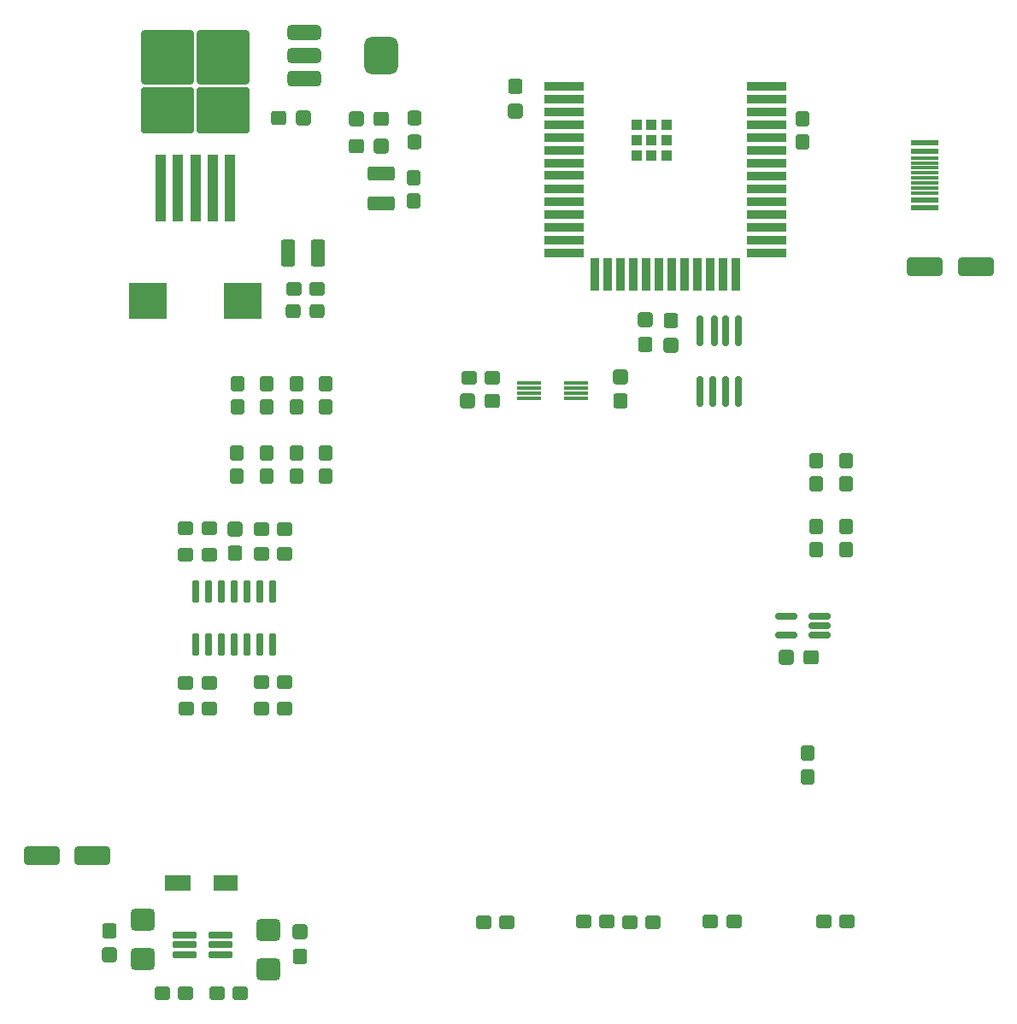
<source format=gbr>
%TF.GenerationSoftware,KiCad,Pcbnew,8.0.2*%
%TF.CreationDate,2025-03-10T15:18:04+08:00*%
%TF.ProjectId,sensorboard_v10,73656e73-6f72-4626-9f61-72645f763130,rev?*%
%TF.SameCoordinates,Original*%
%TF.FileFunction,Paste,Top*%
%TF.FilePolarity,Positive*%
%FSLAX46Y46*%
G04 Gerber Fmt 4.6, Leading zero omitted, Abs format (unit mm)*
G04 Created by KiCad (PCBNEW 8.0.2) date 2025-03-10 15:18:04*
%MOMM*%
%LPD*%
G01*
G04 APERTURE LIST*
G04 Aperture macros list*
%AMRoundRect*
0 Rectangle with rounded corners*
0 $1 Rounding radius*
0 $2 $3 $4 $5 $6 $7 $8 $9 X,Y pos of 4 corners*
0 Add a 4 corners polygon primitive as box body*
4,1,4,$2,$3,$4,$5,$6,$7,$8,$9,$2,$3,0*
0 Add four circle primitives for the rounded corners*
1,1,$1+$1,$2,$3*
1,1,$1+$1,$4,$5*
1,1,$1+$1,$6,$7*
1,1,$1+$1,$8,$9*
0 Add four rect primitives between the rounded corners*
20,1,$1+$1,$2,$3,$4,$5,0*
20,1,$1+$1,$4,$5,$6,$7,0*
20,1,$1+$1,$6,$7,$8,$9,0*
20,1,$1+$1,$8,$9,$2,$3,0*%
G04 Aperture macros list end*
%ADD10RoundRect,0.354167X0.820833X-0.708333X0.820833X0.708333X-0.820833X0.708333X-0.820833X-0.708333X0*%
%ADD11RoundRect,0.354167X-0.820833X0.708333X-0.820833X-0.708333X0.820833X-0.708333X0.820833X0.708333X0*%
%ADD12RoundRect,0.278125X0.474375X0.389375X-0.474375X0.389375X-0.474375X-0.389375X0.474375X-0.389375X0*%
%ADD13RoundRect,0.278125X0.389375X-0.474375X0.389375X0.474375X-0.389375X0.474375X-0.389375X-0.474375X0*%
%ADD14R,2.350000X0.300000*%
%ADD15RoundRect,0.305575X-0.412525X0.460025X-0.412525X-0.460025X0.412525X-0.460025X0.412525X0.460025X0*%
%ADD16RoundRect,0.308511X-0.416489X0.457089X-0.416489X-0.457089X0.416489X-0.457089X0.416489X0.457089X0*%
%ADD17RoundRect,0.090000X-0.210000X1.040000X-0.210000X-1.040000X0.210000X-1.040000X0.210000X1.040000X0*%
%ADD18RoundRect,0.091500X-0.213500X1.038500X-0.213500X-1.038500X0.213500X-1.038500X0.213500X1.038500X0*%
%ADD19RoundRect,0.305575X0.460025X0.412525X-0.460025X0.412525X-0.460025X-0.412525X0.460025X-0.412525X0*%
%ADD20RoundRect,0.308511X0.457089X0.416489X-0.457089X0.416489X-0.457089X-0.416489X0.457089X-0.416489X0*%
%ADD21R,4.000000X0.900000*%
%ADD22R,4.000000X0.820000*%
%ADD23R,0.900000X3.250000*%
%ADD24R,4.000000X0.890000*%
%ADD25R,1.000000X1.000000*%
%ADD26RoundRect,0.150000X-0.150000X1.350000X-0.150000X-1.350000X0.150000X-1.350000X0.150000X1.350000X0*%
%ADD27RoundRect,0.150000X-0.150000X1.337500X-0.150000X-1.337500X0.150000X-1.337500X0.150000X1.337500X0*%
%ADD28RoundRect,0.304348X0.420652X0.395652X-0.420652X0.395652X-0.420652X-0.395652X0.420652X-0.395652X0*%
%ADD29RoundRect,0.278125X-0.389375X0.474375X-0.389375X-0.474375X0.389375X-0.474375X0.389375X0.474375X0*%
%ADD30RoundRect,0.278125X-0.474375X-0.389375X0.474375X-0.389375X0.474375X0.389375X-0.474375X0.389375X0*%
%ADD31RoundRect,0.305575X-0.460025X-0.412525X0.460025X-0.412525X0.460025X0.412525X-0.460025X0.412525X0*%
%ADD32RoundRect,0.308511X-0.457089X-0.416489X0.457089X-0.416489X0.457089X0.416489X-0.457089X0.416489X0*%
%ADD33RoundRect,0.305575X0.412525X-0.460025X0.412525X0.460025X-0.412525X0.460025X-0.412525X-0.460025X0*%
%ADD34RoundRect,0.308511X0.416489X-0.457089X0.416489X0.457089X-0.416489X0.457089X-0.416489X-0.457089X0*%
%ADD35RoundRect,0.250001X1.074999X-0.462499X1.074999X0.462499X-1.074999X0.462499X-1.074999X-0.462499X0*%
%ADD36R,2.400000X1.600000*%
%ADD37R,2.650000X1.600000*%
%ADD38R,3.800000X3.600000*%
%ADD39RoundRect,0.162500X-1.052500X-0.162500X1.052500X-0.162500X1.052500X0.162500X-1.052500X0.162500X0*%
%ADD40RoundRect,0.250000X1.500000X0.650000X-1.500000X0.650000X-1.500000X-0.650000X1.500000X-0.650000X0*%
%ADD41RoundRect,0.250001X-0.462499X-1.074999X0.462499X-1.074999X0.462499X1.074999X-0.462499X1.074999X0*%
%ADD42R,2.695000X0.600000*%
%ADD43R,2.695000X0.300000*%
%ADD44RoundRect,0.162500X0.927500X0.162500X-0.927500X0.162500X-0.927500X-0.162500X0.927500X-0.162500X0*%
%ADD45RoundRect,0.304348X-0.395652X0.420652X-0.395652X-0.420652X0.395652X-0.420652X0.395652X0.420652X0*%
%ADD46RoundRect,0.250000X0.300000X-3.075000X0.300000X3.075000X-0.300000X3.075000X-0.300000X-3.075000X0*%
%ADD47RoundRect,0.250000X2.375000X-2.025000X2.375000X2.025000X-2.375000X2.025000X-2.375000X-2.025000X0*%
%ADD48RoundRect,0.288461X2.336539X-2.386539X2.336539X2.386539X-2.336539X2.386539X-2.336539X-2.386539X0*%
%ADD49RoundRect,0.375000X-1.300000X-0.375000X1.300000X-0.375000X1.300000X0.375000X-1.300000X0.375000X0*%
%ADD50RoundRect,0.837500X-0.837500X-1.062500X0.837500X-1.062500X0.837500X1.062500X-0.837500X1.062500X0*%
%ADD51RoundRect,0.387500X-1.287500X-0.387500X1.287500X-0.387500X1.287500X0.387500X-1.287500X0.387500X0*%
G04 APERTURE END LIST*
D10*
%TO.C,C33*%
X115100000Y-144637500D03*
X115100000Y-140762500D03*
%TD*%
D11*
%TO.C,C32*%
X127500000Y-141762500D03*
X127500000Y-145637500D03*
%TD*%
D12*
%TO.C,R37*%
X173652500Y-140932500D03*
X171347500Y-140932500D03*
%TD*%
D13*
%TO.C,R14*%
X124435000Y-96805000D03*
X124435000Y-94500000D03*
%TD*%
D14*
%TO.C,U7*%
X158040600Y-89050000D03*
X158040600Y-88550000D03*
X158040600Y-88050000D03*
X158040600Y-87550000D03*
X153390600Y-87550000D03*
X153390600Y-88050000D03*
X153390600Y-88550000D03*
X153390600Y-89050000D03*
%TD*%
D12*
%TO.C,R31*%
X129152500Y-102032500D03*
X126847500Y-102032500D03*
%TD*%
D15*
%TO.C,C35*%
X111806900Y-141784400D03*
D16*
X111800000Y-144215600D03*
%TD*%
D17*
%TO.C,U6*%
X127988517Y-108180000D03*
X126718517Y-108180000D03*
X125448517Y-108180000D03*
X124178517Y-108180000D03*
X122908517Y-108180000D03*
X121638517Y-108180000D03*
X120368517Y-108180000D03*
X120368517Y-113420000D03*
D18*
X121633517Y-113420000D03*
D17*
X122908517Y-113420000D03*
X124178517Y-113420000D03*
X125448517Y-113420000D03*
X126718517Y-113420000D03*
X127988517Y-113420000D03*
%TD*%
D19*
%TO.C,C27*%
X149731200Y-89306900D03*
D20*
X147300000Y-89300000D03*
%TD*%
D12*
%TO.C,R36*%
X149752500Y-87032500D03*
X147447500Y-87032500D03*
%TD*%
D13*
%TO.C,R9*%
X133217500Y-89902500D03*
X133217500Y-87597500D03*
%TD*%
%TO.C,R39*%
X141967500Y-69552500D03*
X141967500Y-67247500D03*
%TD*%
D21*
%TO.C,U1*%
X156860000Y-58150000D03*
X156860000Y-59420000D03*
X156860000Y-60690000D03*
X156860000Y-61960000D03*
X156860000Y-63230000D03*
X156860000Y-64500000D03*
X156860000Y-65770000D03*
D22*
X156860000Y-67000000D03*
D21*
X156860000Y-68310000D03*
X156860000Y-69580000D03*
X156860000Y-70850000D03*
X156860000Y-72120000D03*
X156860000Y-73390000D03*
X156860000Y-74660000D03*
D23*
X159875000Y-76785000D03*
X161145000Y-76785000D03*
X162415000Y-76785000D03*
X163685000Y-76785000D03*
X164955000Y-76785000D03*
X166225000Y-76785000D03*
X167495000Y-76785000D03*
X168765000Y-76785000D03*
X170035000Y-76785000D03*
X171305000Y-76785000D03*
X172575000Y-76785000D03*
X173845000Y-76785000D03*
D21*
X176860000Y-74660000D03*
X176860000Y-73390000D03*
X176860000Y-72120000D03*
D24*
X176860000Y-70855000D03*
D21*
X176860000Y-69580000D03*
X176860000Y-68310000D03*
X176860000Y-67040000D03*
X176860000Y-65770000D03*
X176860000Y-64500000D03*
X176860000Y-63230000D03*
X176860000Y-61960000D03*
X176860000Y-60690000D03*
X176860000Y-59420000D03*
X176860000Y-58150000D03*
D25*
X164000000Y-62000000D03*
X164000000Y-63500000D03*
X164000000Y-65000000D03*
X165500000Y-62000000D03*
X165500000Y-63500000D03*
X165500000Y-65000000D03*
X167000000Y-62000000D03*
X167000000Y-63500000D03*
X167000000Y-65000000D03*
%TD*%
D13*
%TO.C,R7*%
X127384166Y-89902500D03*
X127384166Y-87597500D03*
%TD*%
D26*
%TO.C,U3*%
X174105000Y-82400000D03*
X172835000Y-82400000D03*
D27*
X171700000Y-82387500D03*
D26*
X170295000Y-82400000D03*
X170295000Y-88400000D03*
X171565000Y-88400000D03*
X172835000Y-88400000D03*
X174105000Y-88400000D03*
%TD*%
D28*
%TO.C,D3*%
X132375000Y-80400000D03*
X130025000Y-80400000D03*
%TD*%
D29*
%TO.C,R6*%
X180932500Y-124247500D03*
X180932500Y-126552500D03*
%TD*%
D30*
%TO.C,R35*%
X119368983Y-119767500D03*
X121673983Y-119767500D03*
%TD*%
%TO.C,R30*%
X126847500Y-104451900D03*
X129152500Y-104451900D03*
%TD*%
D13*
%TO.C,R10*%
X130300832Y-89902500D03*
X130300832Y-87597500D03*
%TD*%
D31*
%TO.C,C10*%
X136284400Y-64093100D03*
D32*
X138715600Y-64100000D03*
%TD*%
D33*
%TO.C,C26*%
X162383700Y-89365600D03*
D34*
X162390600Y-86934400D03*
%TD*%
D12*
%TO.C,R38*%
X132352500Y-78232500D03*
X130047500Y-78232500D03*
%TD*%
D13*
%TO.C,R11*%
X133217500Y-96805000D03*
X133217500Y-94500000D03*
%TD*%
%TO.C,R12*%
X130290000Y-96805000D03*
X130290000Y-94500000D03*
%TD*%
D30*
%TO.C,R44*%
X122447500Y-147967500D03*
X124752500Y-147967500D03*
%TD*%
D19*
%TO.C,C30*%
X181315600Y-114706900D03*
D20*
X178884400Y-114700000D03*
%TD*%
D35*
%TO.C,F1*%
X138700000Y-69787500D03*
X138700000Y-66812500D03*
%TD*%
D36*
%TO.C,L2*%
X123300000Y-137100000D03*
D37*
X118575000Y-137100000D03*
%TD*%
D38*
%TO.C,L1*%
X115600000Y-79425000D03*
X125000000Y-79425000D03*
%TD*%
D13*
%TO.C,R22*%
X181815397Y-97552500D03*
X181815397Y-95247500D03*
%TD*%
D39*
%TO.C,U9*%
X119215000Y-142250000D03*
X119215000Y-143200000D03*
X119215000Y-144150000D03*
X122785000Y-144150000D03*
X122785000Y-143200000D03*
X122785000Y-142250000D03*
%TD*%
D12*
%TO.C,R33*%
X129131017Y-119832500D03*
X126826017Y-119832500D03*
%TD*%
D40*
%TO.C,D1*%
X197600000Y-76000000D03*
X192600000Y-76000000D03*
%TD*%
D30*
%TO.C,R23*%
X117047500Y-147967500D03*
X119352500Y-147967500D03*
%TD*%
D41*
%TO.C,F2*%
X129512500Y-74700000D03*
X132487500Y-74700000D03*
%TD*%
D42*
%TO.C,J2*%
X192547500Y-70200000D03*
X192547500Y-69400000D03*
D43*
X192547500Y-68250000D03*
X192547500Y-67250000D03*
X192547500Y-66750000D03*
X192547500Y-65750000D03*
D42*
X192547500Y-64600000D03*
X192547500Y-63800000D03*
X192547500Y-63800000D03*
X192547500Y-64600000D03*
D43*
X192547500Y-65250000D03*
X192547500Y-66250000D03*
X192547500Y-67750000D03*
X192547500Y-68750000D03*
D42*
X192547500Y-69400000D03*
X192547500Y-70200000D03*
%TD*%
D29*
%TO.C,R43*%
X180432500Y-61347500D03*
X180432500Y-63652500D03*
%TD*%
D13*
%TO.C,R8*%
X124467500Y-89902500D03*
X124467500Y-87597500D03*
%TD*%
D44*
%TO.C,U8*%
X182160000Y-112550000D03*
X182160000Y-111600000D03*
X182160000Y-110650000D03*
X178840000Y-110650000D03*
X178840000Y-112550000D03*
%TD*%
D30*
%TO.C,R18*%
X158795000Y-140925000D03*
X161100000Y-140925000D03*
%TD*%
D13*
%TO.C,R13*%
X127362500Y-96805000D03*
X127362500Y-94500000D03*
%TD*%
D12*
%TO.C,R28*%
X121652500Y-104532500D03*
X119347500Y-104532500D03*
%TD*%
D40*
%TO.C,D5*%
X110100000Y-134400000D03*
X105100000Y-134400000D03*
%TD*%
D33*
%TO.C,C18*%
X164893100Y-83715600D03*
D34*
X164900000Y-81284400D03*
%TD*%
D45*
%TO.C,D4*%
X142000000Y-61325000D03*
X142000000Y-63675000D03*
%TD*%
D46*
%TO.C,U4*%
X116900000Y-68250000D03*
X118600000Y-68250000D03*
X120300000Y-68250000D03*
D47*
X117525000Y-60500000D03*
X123075000Y-60500000D03*
D48*
X117525000Y-55250000D03*
X123075000Y-55250000D03*
D46*
X122000000Y-68250000D03*
X123700000Y-68250000D03*
%TD*%
D19*
%TO.C,C9*%
X138715600Y-61406900D03*
D20*
X136284400Y-61400000D03*
%TD*%
D30*
%TO.C,R29*%
X119347500Y-101967500D03*
X121652500Y-101967500D03*
%TD*%
D15*
%TO.C,C2*%
X152006900Y-58184400D03*
D16*
X152000000Y-60615600D03*
%TD*%
D33*
%TO.C,C21*%
X124243100Y-104431200D03*
D34*
X124250000Y-102000000D03*
%TD*%
D30*
%TO.C,R1*%
X182547500Y-140867500D03*
X184852500Y-140867500D03*
%TD*%
D12*
%TO.C,R34*%
X121652500Y-117250000D03*
X119347500Y-117250000D03*
%TD*%
D13*
%TO.C,R15*%
X184735000Y-104100000D03*
X184735000Y-101795000D03*
%TD*%
%TO.C,R16*%
X181782897Y-104100000D03*
X181782897Y-101795000D03*
%TD*%
%TO.C,R21*%
X184767500Y-97552500D03*
X184767500Y-95247500D03*
%TD*%
D30*
%TO.C,R40*%
X148847500Y-140967500D03*
X151152500Y-140967500D03*
%TD*%
%TO.C,R32*%
X126847500Y-117217500D03*
X129152500Y-117217500D03*
%TD*%
D31*
%TO.C,C8*%
X128584400Y-61293100D03*
D32*
X131015600Y-61300000D03*
%TD*%
D33*
%TO.C,C34*%
X130693100Y-144331200D03*
D34*
X130700000Y-141900000D03*
%TD*%
D49*
%TO.C,U5*%
X131075000Y-52800000D03*
X131075000Y-55100000D03*
D50*
X138725000Y-55100000D03*
D51*
X131075000Y-57375000D03*
%TD*%
D15*
%TO.C,C28*%
X167406900Y-81384400D03*
D16*
X167400000Y-83815600D03*
%TD*%
D12*
%TO.C,R17*%
X165655000Y-140990000D03*
X163350000Y-140990000D03*
%TD*%
M02*

</source>
